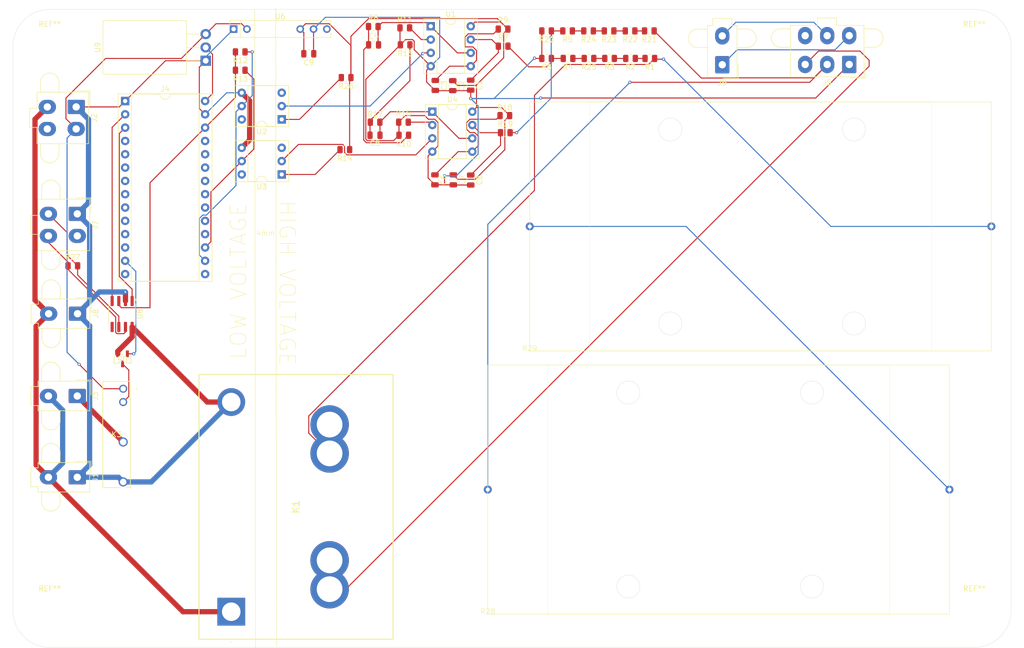
<source format=kicad_pcb>
(kicad_pcb (version 20240108) (generator "pcbnew") (generator_version "8.0")
  (layers (0 "F.Cu" signal) (31 "B.Cu" signal) (34 "B.Paste" user) (35 "F.Paste" user) (36 "B.SilkS" user "B.Silkscreen") (37 "F.SilkS" user "F.Silkscreen") (38 "B.Mask" user) (39 "F.Mask" user) (44 "Edge.Cuts" user))
  (net 0 "")
  (net 1 "GNDS")
  (net 2 "Net-(U1-COMPIN)")
  (net 3 "+12P")
  (net 4 "Net-(U1-IOUT)")
  (net 5 "Net-(C4-Pad1)")
  (net 6 "Net-(C5-Pad1)")
  (net 7 "Net-(U4-IOUT)")
  (net 8 "Net-(U4-COMPIN)")
  (net 9 "GLV-")
  (net 10 "CANL")
  (net 12 "CANH")
  (net 13 "B+_out")
  (net 17 "+12V")
  (net 18 "Net-(R1-Pad2)")
  (net 19 "Net-(R2-Pad2)")
  (net 20 "Net-(R25-Pad1)")
  (net 21 "Net-(R4-Pad2)")
  (net 22 "Net-(R25-Pad2)")
  (net 23 "Net-(R24-Pad2)")
  (net 24 "Net-(R19-Pad2)")
  (net 25 "Net-(U1-IREF)")
  (net 26 "Freq_Accumulator")
  (net 27 "Freq_TS")
  (net 28 "Net-(R14-Pad2)")
  (net 29 "Net-(U4-IREF)")
  (net 30 "Net-(R21-Pad2)")
  (net 31 "Net-(R22-Pad2)")
  (net 32 "Net-(R23-Pad2)")
  (net 33 "Net-(R26-Pad2)")
  (net 34 "Net-(U1-FOUT)")
  (net 38 "Net-(U4-FOUT)")
  (net 42 "Net-(U1-RC)")
  (net 43 "Net-(U4-RC)")
  (net 44 "CANRX")
  (net 45 "CANTX")
  (net 47 "+5V")
  (net 64 "B+_in")
  (net 67 "IR+")
  (net 68 "+3.3V")
  (net 69 "Net-(U5-S)")
  (net 71 "IR+_GND")
  (net 72 "Vin_Accu")
  (net 73 "Shutdown_in")
  (net 74 "TS-")
  (net 75 "TS+")
  (net 76 "Net-(R28-Pad2)")
  (footprint "Connector_Molex:Molex_Mini-Fit_Jr_5566-02A2_2x01_P4.20mm_Vertical" (layer "F.Cu") (at 189.55 41.3 180)
    (property "Reference" "J9")
    (property "Value" "Conn_01x02_Socket")
  )
  (footprint "Capacitor_SMD:C_0805_2012Metric" (layer "F.Cu") (at 134.779747 63.259747 -90)
    (property "Reference" "C6")
    (property "Value" "10n")
  )
  (footprint "Resistor_SMD:R_0805_2012Metric" (layer "F.Cu") (at 148.192247 54.259747)
    (property "Reference" "R19")
    (property "Value" "100K")
  )
  (footprint "PCN_112D3HMZ:RELAY_PCN-105D3MHZ_000_TEC" (layer "F.Cu") (at 75.35 103.11)
    (property "Reference" "K3")
    (property "Value" "PCN-112D3MHZ_000")
  )
  (footprint "Resistor_SMD:R_0805_2012Metric" (layer "F.Cu") (at 175.65 34.85 180)
    (property "Reference" "R21")
    (property "Value" "510K")
  )
  (footprint "Resistor_SMD:R_0805_2012Metric" (layer "F.Cu") (at 160.15 40.1 180)
    (property "Reference" "R4")
    (property "Value" "510K")
  )
  (footprint "precharge res:Ohmite HS100 500R F" (layer "F.Cu") (at 144.85 146.1)
    (property "Reference" "R28")
    (property "Value" "500")
    (fp_circle (center 26.8 -42.25) (end 29 -42.25) (stroke (width 0.05)) (fill none) (layer "Edge.Cuts"))
    (fp_circle (center 26.8 -5.25) (end 29 -5.25) (stroke (width 0.05)) (fill none) (layer "Edge.Cuts"))
    (fp_circle (center 61.8 -42.25) (end 64 -42.25) (stroke (width 0.05)) (fill none) (layer "Edge.Cuts"))
    (fp_circle (center 61.8 -5.25) (end 64 -5.25) (stroke (width 0.05)) (fill none) (layer "Edge.Cuts"))
  )
  (footprint "Capacitor_SMD:C_0805_2012Metric" (layer "F.Cu") (at 123.349747 54.749747)
    (property "Reference" "C5")
    (property "Value" "1u")
  )
  (footprint "Connector_Molex:Molex_Mini-Fit_Jr_5566-06A2_2x03_P4.20mm_Vertical" (layer "F.Cu") (at 213.75 41.25 180)
    (property "Reference" "J5")
    (property "Value" "Conn_01x06_Socket")
  )
  (footprint "Resistor_SMD:R_0805_2012Metric" (layer "F.Cu") (at 129.099747 37.499747 180)
    (property "Reference" "R16")
    (property "Value" "47")
  )
  (footprint "Resistor_SMD:R_0805_2012Metric" (layer "F.Cu") (at 97.6625 38.85 180)
    (property "Reference" "R12")
    (property "Value" "1.5K")
  )
  (footprint "Capacitor_SMD:C_0805_2012Metric" (layer "F.Cu") (at 141.599747 45.199747 -90)
    (property "Reference" "C1")
    (property "Value" "100n")
  )
  (footprint "MountingHole:MountingHole_3.2mm_M3" (layer "F.Cu") (at 237.6 145.45)
    (property "Reference" "REF**")
    (property "Value" "MountingHole_3.2mm_M3")
  )
  (footprint "Resistor_SMD:R_0805_2012Metric" (layer "F.Cu") (at 160.0625 34.85 180)
    (property "Reference" "R5")
    (property "Value" "510K")
  )
  (footprint "Resistor_SMD:R_0805_2012Metric" (layer "F.Cu") (at 172.0625 40.1 180)
    (property "Reference" "R2")
    (property "Value" "510K")
  )
  (footprint "Capacitor_SMD:C_0805_2012Metric" (layer "F.Cu") (at 123.079747 37.509747)
    (property "Reference" "C4")
    (property "Value" "1u")
  )
  (footprint "nmos:SOIC_63D8L-7_DIO" (layer "F.Cu") (at 75.235001 97.4152 180)
    (property "Reference" "U5")
    (property "Value" "DMN63D8L-7")
  )
  (footprint "Connector_Molex:Molex_Mini-Fit_Jr_5566-04A2_2x02_P4.20mm_Vertical" (layer "F.Cu") (at 66.599747 69.749747 -90)
    (property "Reference" "J7")
    (property "Value" "Conn_01x04_Socket")
  )
  (footprint "Package_DIP:DIP-28_W15.24mm_Socket" (layer "F.Cu") (at 75.724747 48.224747)
    (property "Reference" "J4")
    (property "Value" "Conn_02x14_Counter_Clockwise")
  )
  (footprint "Resistor_SMD:R_0805_2012Metric" (layer "F.Cu") (at 148.099747 50.999747 180)
    (property "Reference" "R18")
    (property "Value" "6.8K")
  )
  (footprint "Resistor_SMD:R_0805_2012Metric" (layer "F.Cu") (at 175.7375 40.1 180)
    (property "Reference" "R1")
    (property "Value" "510K")
  )
  (footprint "Connector_Molex:Molex_Mini-Fit_Jr_5566-02A2_2x01_P4.20mm_Vertical" (layer "F.Cu") (at 66.639747 88.799747 -90)
    (property "Reference" "J8")
    (property "Value" "Conn_01x02_Socket")
  )
  (footprint "Package_SO:SOIC-8_3.9x4.9mm_P1.27mm" (layer "F.Cu") (at 75.15 88.85 -90)
    (property "Reference" "U8")
    (property "Value" "SN65HVD230")
  )
  (footprint "Resistor_SMD:R_0805_2012Metric" (layer "F.Cu") (at 117.849747 43.749747 180)
    (property "Reference" "R26")
    (property "Value" "560")
  )
  (footprint "MountingHole:MountingHole_3.2mm_M3" (layer "F.Cu") (at 61.35 145.45)
    (property "Reference" "REF**")
    (property "Value" "MountingHole_3.2mm_M3")
  )
  (footprint "Package_SIP:SIP-8_19x3mm_P2.54mm" (layer "F.Cu") (at 96.399747 34.499747)
    (property "Reference" "U6")
    (property "Value" "~")
  )
  (footprint "Resistor_SMD:R_0805_2012Metric" (layer "F.Cu") (at 147.779747 37.759747)
    (property "Reference" "R7")
    (property "Value" "100K")
  )
  (footprint "Resistor_SMD:R_0805_2012Metric" (layer "F.Cu") (at 164.15 40.1 180)
    (property "Reference" "R25")
    (property "Value" "510K")
  )
  (footprint "Resistor_SMD:R_0805_2012Metric" (layer "F.Cu") (at 168.0625 40.1 180)
    (property "Reference" "R3")
    (property "Value" "510K")
  )
  (footprint "precharge relay 2:G9KB1ADC12" (layer "F.Cu") (at 95.95 145.65 90)
    (property "Reference" "K1")
    (property "Value" "G9KB-1A_DC12" (hide yes))
  )
  (footprint "Connector_Molex:Molex_Mini-Fit_Jr_5566-02A2_2x01_P4.20mm_Vertical" (layer "F.Cu") (at 66.599747 104.499747 -90)
    (property "Reference" "J3")
    (property "Value" "Conn_01x02_Socket")
  )
  (footprint "MountingHole:MountingHole_3.2mm_M3" (layer "F.Cu") (at 61.349747 37.749747)
    (property "Reference" "REF**")
    (property "Value" "MountingHole_3.2mm_M3")
  )
  (footprint "Capacitor_SMD:C_0805_2012Metric" (layer "F.Cu") (at 134.849747 45.249747 -90)
    (property "Reference" "C3")
    (property "Value" "10n")
  )
  (footprint "Connector_Molex:Molex_Mini-Fit_Jr_5566-04A2_2x02_P4.20mm_Vertical" (layer "F.Cu") (at 66.389747 49.349747 -90)
    (property "Reference" "J2")
    (property "Value" "Conn_01x04_Socket")
  )
  (footprint "Resistor_SMD:R_0805_2012Metric" (layer "F.Cu") (at 167.975 34.85 180)
    (property "Reference" "R23")
    (property "Value" "510K")
  )
  (footprint "Capacitor_SMD:C_0805_2012Metric" (layer "F.Cu") (at 110.729747 39.209747 180)
    (property "Reference" "C9")
    (property "Value" "1u")
  )
  (footprint "Capacitor_SMD:C_0805_2012Metric" (layer "F.Cu") (at 141.599747 63.299747 -90)
    (property "Reference" "C8")
    (property "Value" "100n")
  )
  (footprint "Connector_Molex:Molex_Mini-Fit_Jr_5566-02A2_2x01_P4.20mm_Vertical" (layer "F.Cu") (at 66.599747 119.999747 -90)
    (property "Reference" "J1")
    (property "Value" "Conn_01x02_Socket")
  )
  (footprint "Capacitor_SMD:C_0805_2012Metric" (layer "F.Cu") (at 138.279747 63.259747 -90)
    (property "Reference" "C7")
    (property "Value" "100n")
  )
  (footprint "precharge res:Ohmite HS100 500R F" (layer "F.Cu") (at 152.85 95.9)
    (property "Reference" "R29")
    (property "Value" "500")
    (fp_circle (center 26.8 -42.25) (end 29 -42.25) (stroke (width 0.05)) (fill none) (layer "Edge.Cuts"))
    (fp_circle (center 26.8 -5.25) (end 29 -5.25) (stroke (width 0.05)) (fill none) (layer "Edge.Cuts"))
    (fp_circle (center 61.8 -42.25) (end 64 -42.25) (stroke (width 0.05)) (fill none) (layer "Edge.Cuts"))
    (fp_circle (center 61.8 -5.25) (end 64 -5.25) (stroke (width 0.05)) (fill none) (layer "Edge.Cuts"))
  )
  (footprint "Package_DIP:DIP-6_W7.62mm_Socket" (layer "F.Cu") (at 105.57 51.73 180)
    (property "Reference" "U2")
    (property "Value" "4N35")
  )
  (footprint "Resistor_SMD:R_0805_2012Metric" (layer "F.Cu") (at 123.029747 34.009747)
    (property "Reference" "R8")
    (property "Value" "100K")
  )
  (footprint "Resistor_SMD:R_0805_2012Metric" (layer "F.Cu") (at 97.6625 42.35 180)
    (property "Reference" "R13")
    (property "Value" "1.5K")
  )
  (footprint "Package_DIP:DIP-8_W7.62mm_Socket" (layer "F.Cu") (at 133.979747 33.959747)
    (property "Reference" "U1")
    (property "Value" "~")
  )
  (footprint "Resistor_SMD:R_0805_2012Metric" (layer "F.Cu") (at 164.0625 34.85 180)
    (property "Reference" "R24")
    (property "Value" "510K")
  )
  (footprint "Resistor_SMD:R_0805_2012Metric" (layer "F.Cu") (at 117.599747 57.499747 180)
    (property "Reference" "R14")
    (property "Value" "560")
  )
  (footprint "Package_DIP:DIP-6_W7.62mm_Socket" (layer "F.Cu") (at 105.57 62.23 180)
    (property "Reference" "U3")
    (property "Value" "4N35")
  )
  (footprint "Resistor_SMD:R_0805_2012Metric" (layer "F.Cu") (at 129.029747 34.259747)
    (property "Reference" "R11")
    (property "Value" "12K")
  )
  (footprint "Package_DIP:DIP-8_W7.62mm_Socket" (layer "F.Cu") (at 134.279747 50.259747)
    (property "Reference" "U4")
    (property "Value" "~")
  )
  (footprint "Capacitor_SMD:C_0805_2012Metric" (layer "F.Cu") (at 138.169747 45.289747 -90)
    (property "Reference" "C2")
    (property "Value" "100n")
  )
  (footprint "Resistor_SMD:R_0805_2012Metric" (layer "F.Cu") (at 128.837247 54.749747 180)
    (property "Reference" "R10")
    (property "Value" "47")
  )
  (footprint "Resistor_SMD:R_0805_2012Metric" (layer "F.Cu") (at 123.367247 52.259747)
    (property "Reference" "R17")
    (property "Value" "100K")
  )
  (footprint "MountingHole:MountingHole_3.2mm_M3" (layer "F.Cu") (at 237.599747 37.749747)
    (property "Reference" "REF**")
    (property "Value" "MountingHole_3.2mm_M3")
  )
  (footprint "Resistor_SMD:R_0805_2012Metric" (layer "F.Cu") (at 156.0625 34.85 180)
    (property "Reference" "R20")
    (property "Value" "39K")
  )
  (footprint "Resistor_SMD:R_0805_2012Metric" (layer "F.Cu") (at 156.0625 40.1 180)
    (property "Reference" "R6")
    (property "Value" "39K")
  )
  (footprint "Package_TO_SOT_THT:TO-220-3_Horizontal_TabDown" (layer "F.Cu") (at 91.079747 40.539747 90)
    (property "Reference" "U9")
    (property "Value" "LM1117T-5.0")
  )
  (footprint "Resistor_SMD:R_0805_2012Metric" (layer "F.Cu") (at 128.779747 52.259747)
    (property "Reference" "R15")
    (property "Value" "12K")
  )
  (footprint "Resistor_SMD:R_0805_2012Metric" (layer "F.Cu") (at 171.975 34.85 180)
    (property "Reference" "R22")
    (property "Value" "510K")
  )
  (footprint "Resistor_SMD:R_0805_2012Metric" (layer "F.Cu") (at 147.762247 34.499747 180)
    (property "Reference" "R9")
    (property "Value" "6.8K")
  )
  (footprint "Resistor_SMD:R_0805_2012Metric" (layer "F.Cu") (at 65.75 79.65)
    (property "Reference" "R27")
    (property "Value" "120")
  )
  (gr_line (start 100.424873 30.799873) (end 100.575126 152.500126) (stroke (width 0.1)) (layer "F.SilkS"))
  (gr_line (start 104.424873 30.5) (end 104.575126 152.200253) (stroke (width 0.1)) (layer "F.SilkS"))
  (gr_arc (start 61.35 152.45) (mid 56.400253 150.399747) (end 54.35 145.45) (stroke (width 0.05)) (layer "Edge.Cuts"))
  (gr_line (start 54.349747 37.749747) (end 54.35 145.45) (stroke (width 0.05)) (layer "Edge.Cuts"))
  (gr_line (start 61.349747 30.749747) (end 237.599747 30.749747) (stroke (width 0.05)) (layer "Edge.Cuts"))
  (gr_arc (start 244.6 145.45) (mid 242.549747 150.399747) (end 237.6 152.45) (stroke (width 0.05)) (layer "Edge.Cuts"))
  (gr_arc (start 54.349747 37.749747) (mid 56.4 32.8) (end 61.349747 30.749747) (stroke (width 0.05)) (layer "Edge.Cuts"))
  (gr_arc (start 237.599747 30.749747) (mid 242.549494 32.8) (end 244.599747 37.749747) (stroke (width 0.05)) (layer "Edge.Cuts"))
  (gr_line (start 244.599747 37.749747) (end 244.6 145.45) (stroke (width 0.05)) (layer "Edge.Cuts"))
  (gr_line (start 61.35 152.45) (end 237.6 152.45) (stroke (width 0.05)) (layer "Edge.Cuts"))
  (gr_text "4mm" (at 100.6 74 0) (layer "F.SilkS") (effects (font (size 1 1) (thickness 0.1)) (justify left bottom)))
  (gr_text "HIGH VOLTAGE\n" (at 104.85 67.05 -90) (layer "F.SilkS") (effects (font (size 3 3) (thickness 0.1)) (justify left bottom)))
  (gr_text "LOW VOLTAGE" (at 99.1 97.65 90) (layer "F.SilkS") (effects (font (size 3 3) (thickness 0.1)) (justify left bottom)))
  (segment (start 133.179748 44.579748) (end 134.849747 46.249747) (width 0.2) (layer "F.Cu") (net 1))
  (segment (start 127.837247 54.662247) (end 127.924747 54.749747) (width 0.2) (layer "F.Cu") (net 1))
  (segment (start 155.15 40.1) (end 153.8 40.1) (width 0.2) (layer "F.Cu") (net 1))
  (segment (start 134.735382 51.699747) (end 135.379747 52.344112) (width 0.2) (layer "F.Cu") (net 1))
  (segment (start 133.979747 41.579747) (end 133.179748 42.379746) (width 0.2) (layer "F.Cu") (net 1))
  (segment (start 133.979747 41.579747) (end 130.824747 38.424747) (width 0.2) (layer "F.Cu") (net 1))
  (segment (start 128.117247 37.429747) (end 128.187247 37.499747) (width 0.2) (layer "F.Cu") (net 1))
  (segment (start 111.639747 39.169747) (end 111.679747 39.209747) (width 0.2) (layer "F.Cu") (net 1))
  (segment (start 127.867247 52.732247) (end 127.924747 52.789747) (width 0.2) (layer "F.Cu") (net 1))
  (segment (start 153.8 40.1) (end 153.75 40.05) (width 0.2) (layer "F.Cu") (net 1))
  (segment (start 128.117247 34.259747) (end 128.117247 37.429747) (width 0.2) (layer "F.Cu") (net 1))
  (segment (start 138.159747 46.249747) (end 138.169747 46.239747) (width 0.2) (layer "F.Cu") (net 1))
  (segment (start 136.599747 63.959747) (end 136.349747 64.209747) (width 0.2) (layer "F.Cu") (net 1))
  (segment (start 127.924747 52.789747) (end 127.924747 54.749747) (width 0.2) (layer "F.Cu") (net 1))
  (segment (start 126.899747 55.774747) (end 127.924747 54.749747) (width 0.2) (layer "F.Cu") (net 1))
  (segment (start 127.867247 52.259747) (end 127.867247 52.732247) (width 0.2) (layer "F.Cu") (net 1))
  (segment (start 111.639747 34.499747) (end 111.639747 39.169747) (width 0.2) (layer "F.Cu") (net 1))
  (segment (start 154.95 47.65) (end 207.35 47.65) (width 0.2) (layer "F.Cu") (net 1))
  (segment (start 128.187247 37.499747) (end 121.599747 44.087247) (width 0.2) (layer "F.Cu") (net 1))
  (segment (start 133.519747 51.699747) (end 134.735382 51.699747) (width 0.2) (layer "F.Cu") (net 1))
  (segment (start 128.117247 37.847247) (end 128.279747 38.009747) (width 0.2) (layer "F.Cu") (net 1))
  (segment (start 129.187247 36.499747) (end 128.187247 37.499747) (width 0.2) (layer "F.Cu") (net 1))
  (segment (start 121.874747 55.774747) (end 126.899747 55.774747) (width 0.2) (layer "F.Cu") (net 1))
  (segment (start 138.279747 64.209747) (end 138.559747 64.209747) (width 0.2) (layer "F.Cu") (net 1))
  (segment (start 129.127247 50.999747) (end 132.819747 50.999747) (width 0.2) (layer "F.Cu") (net 1))
  (segment (start 207.35 47.65) (end 213.75 41.25) (width 0.2) (layer "F.Cu") (net 1))
  (segment (start 136.349747 64.209747) (end 138.279747 64.209747) (width 0.2) (layer "F.Cu") (net 1))
  (segment (start 138.599747 64.249747) (end 141.599747 64.249747) (width 0.2) (layer "F.Cu") (net 1))
  (segment (start 134.849747 46.249747) (end 138.159747 46.249747) (width 0.2) (layer "F.Cu") (net 1))
  (segment (start 134.279747 57.879747) (end 133.479748 58.679746) (width 0.2) (layer "F.Cu") (net 1))
  (segment (start 130.824747 38.424747) (end 130.824747 36.815003) (width 0.2) (layer "F.Cu") (net 1))
  (segment (start 135.379747 56.779747) (end 134.279747 57.879747) (width 0.2) (layer "F.Cu") (net 1))
  (segment (start 121.599747 44.087247) (end 121.599747 55.499747) (width 0.2) (layer "F.Cu") (net 1))
  (segment (start 127.867247 52.259747) (end 129.127247 50.999747) (width 0.2) (layer "F.Cu") (net 1))
  (segment (start 155.15 34.85) (end 155.15 40.1) (width 0.2) (layer "F.Cu") (net 1))
  (segment (start 141.599747 46.149747) (end 141.599747 47.749747) (width 0.2) (layer "F.Cu") (net 1))
  (segment (start 138.169747 46.239747) (end 141.379747 46.239747) (width 0.2) (layer "F.Cu") (net 1))
  (segment (start 134.779747 64.209747) (end 136.349747 64.209747) (width 0.2) (layer "F.Cu") (net 1))
  (segment (start 141.379747 46.239747) (end 141.419747 46.199747) (width 0.2) (layer "F.Cu") (net 1))
  (segment (start 133.479748 62.909748) (end 134.779747 64.209747) (width 0.2) (layer "F.Cu") (net 1))
  (segment (start 133.179748 42.379746) (end 133.179748 44.579748) (width 0.2) (layer "F.Cu") (net 1))
  (segment (start 121.599747 55.499747) (end 121.874747 55.774747) (width 0.2) (layer "F.Cu") (net 1))
  (segment (start 135.379747 52.344112) (end 135.379747 56.779747) (width 0.2) (layer "F.Cu") (net 1))
  (segment (start 138.559747 64.209747) (end 138.599747 64.249747) (width 0.2) (layer "F.Cu") (net 1))
  (segment (start 133.479748 58.679746) (end 133.479748 62.909748) (width 0.2) (layer "F.Cu") (net 1))
  (segment (start 136.599747 62.499747) (end 136.599747 63.959747) (width 0.2) (layer "F.Cu") (net 1))
  (segment (start 130.824747 36.815003) (end 130.509491 36.499747) (width 0.2) (layer "F.Cu") (net 1))
  (segment (start 130.509491 36.499747) (end 129.187247 36.499747) (width 0.2) (layer "F.Cu") (net 1))
  (segment (start 132.819747 50.999747) (end 133.519747 51.699747) (width 0.2) (layer "F.Cu") (net 1))
  (via (at 154.95 47.65) (size 0.6) (drill 0.3) (layers "F.Cu" "B.Cu") (net 1))
  (via (at 141.599747 47.749747) (size 0.6) (drill 0.3) (layers "F.Cu" "B.Cu") (net 1))
  (via (at 136.599747 62.499747) (size 0.6) (drill 0.3) (layers "F.Cu" "B.Cu") (net 1))
  (via (at 153.75 40.05) (size 0.6) (drill 0.3) (layers "F.Cu" "B.Cu") (net 1))
  (segment (start 135.679747 39.879747) (end 133.979747 41.579747) (width 0.2) (layer "B.Cu") (net 1))
  (segment (start 154.850253 47.749747) (end 154.95 47.65) (width 0.2) (layer "B.Cu") (net 1))
  (segment (start 142.999747 58.349747) (end 138.849747 62.499747) (width 0.2) (layer "B.Cu") (net 1))
  (segment (start 138.849747 62.499747) (end 136.599747 62.499747) (width 0.2) (layer "B.Cu") (net 1))
  (segment (start 141.599747 47.749747) (end 142.999747 49.149747) (width 0.2) (layer "B.Cu") (net 1))
  (segment (start 113.879747 32.259747) (end 135.679747 32.259747) (width 0.2) (layer "B.Cu") (net 1))
  (segment (start 153.75 40.05) (end 146.050253 47.749747) (width 0.2) (layer "B.Cu") (net 1))
  (segment (start 111.639747 34.499747) (end 113.879747 32.259747) (width 0.2) (layer "B.Cu") (net 1))
  (segment (start 135.679747 32.259747) (end 135.679747 39.879747) (width 0.2) (layer "B.Cu") (net 1))
  (segment (start 142.999747 49.149747) (end 142.999747 58.349747) (width 0.2) (layer "B.Cu") (net 1))
  (segment (start 141.599747 47.749747) (end 154.850253 47.749747) (width 0.2) (layer "B.Cu") (net 1))
  (segment (start 146.050253 47.749747) (end 141.599747 47.749747) (width 0.2) (layer "B.Cu") (net 1))
  (segment (start 146.867247 38.982247) (end 146.867247 37.759747) (width 0.2) (layer "F.Cu") (net 2))
  (segment (start 141.599747 44.249747) (end 146.867247 38.982247) (width 0.2) (layer "F.Cu") (net 2))
  (segment (start 145.607247 36.499747) (end 146.867247 37.759747) (width 0.2) (layer "F.Cu") (net 2))
  (segment (start 141.599747 36.499747) (end 145.607247 36.499747) (width 0.2) (layer "F.Cu") (net 2))
  (segment (start 142.599747 45.249747) (end 147.879747 39.969747) (width 0.2) (layer "F.Cu") (net 3))
  (segment (start 147.879747 39.969747) (end 147.879747 35.294747) (width 0.2) (layer "F.Cu") (net 3))
  (segment (start 109.779747 35.179747) (end 109.099747 34.499747) (width 0.2) (layer "F.Cu") (net 3))
  (segment (start 139.079747 45.249747) (end 138.169747 44.339747) (width 0.2) (layer "F.Cu") (net 3))
  (segment (start 146.674747 32.499747) (end 148.674747 34.499747) (width 0.2) (layer "F.Cu") (net 3))
  (segment (start 147.472248 49.459748) (end 149.012247 50.999747) (width 0.2) (layer "F.Cu") (net 3))
  (segment (start 138.279747 62.309747) (end 139.119747 63.149747) (width 0.2) (layer "F.Cu") (net 3))
  (segment (start 142.699746 49.459748) (end 147.472248 49.459748) (width 0.2) (layer "F.Cu") (net 3))
  (segment (start 148.099747 51.912247) (end 149.012247 50.999747) (width 0.2) (layer "F.Cu") (net 3))
  (segment (start 118.762247 35.867503) (end 122.130003 32.499747) (width 0.2) (layer "F.Cu") (net 3))
  (segment (start 141.599747 33.959747) (end 142.399746 33.159748) (width 0.2) (layer "F.Cu") (net 3))
  (segment (start 118.762247 43.749747) (end 118.762247 35.867503) (width 0.2) (layer "F.Cu") (net 3))
  (segment (start 109.099747 34.499747) (end 110.124747 33.474747) (width 0.2) (layer "F.Cu") (net 3))
  (segment (start 142.389747 50.749747) (end 141.899747 50.259747) (width 0.2) (layer "F.Cu") (net 3))
  (segment (start 142.139747 34.499747) (end 141.599747 33.959747) (width 0.2) (layer "F.Cu") (net 3))
  (segment (start 142.399746 33.159748) (end 147.334748 33.159748) (width 0.2) (layer "F.Cu") (net 3))
  (segment (start 142.449747 63.149747) (end 148.099747 57.499747) (width 0.2) (layer "F.Cu") (net 3))
  (segment (start 110.124747 33.474747) (end 114.604316 33.474747) (width 0.2) (layer "F.Cu") (net 3))
  (segment (start 139.119747 63.149747) (end 142.449747 63.149747) (width 0.2) (layer "F.Cu") (net 3))
  (segment (start 118.512247 57.499747) (end 118.512247 43.999747) (width 0.2) (layer "F.Cu") (net 3))
  (segment (start 118.762247 37.632678) (end 118.762247 43.749747) (width 0.2) (layer "F.Cu") (net 3))
  (segment (start 142.699746 49.459748) (end 142.699746 45.349746) (width 0.2) (layer "F.Cu") (net 3))
  (segment (start 148.099747 57.499747) (end 148.099747 51.912247) (width 0.2) (layer "F.Cu") (net 3))
  (segment (start 114.604316 33.474747) (end 118.762247 37.632678) (width 0.2) (layer "F.Cu") (net 3))
  (segment (start 147.879747 35.294747) (end 148.674747 34.499747) (width 0.2) (layer "F.Cu") (net 3))
  (segment (start 109.779747 39.209747) (end 109.779747 35.179747) (width 0.2) (layer "F.Cu") (net 3))
  (segment (start 147.334748 33.159748) (end 148.674747 34.499747) (width 0.2) (layer "F.Cu") (net 3))
  (segment (start 142.699746 45.349746) (end 142.599747 45.249747) (width 0.2) (layer "F.Cu") (net 3))
  (segment (start 142.599747 45.249747) (end 139.079747 45.249747) (width 0.2) (layer "F.Cu") (net 3))
  (segment (start 118.512247 43.999747) (end 118.762247 43.749747) (width 0.2) (layer "F.Cu") (net 3))
  (segment (start 122.130003 32.499747) (end 146.674747 32.499747) (width 0.2) (layer "F.Cu") (net 3))
  (segment (start 141.899747 50.259747) (end 142.699746 49.459748) (width 0.2) (layer "F.Cu") (net 3))
  (segment (start 124.692247 33.259747) (end 123.942247 34.009747) (width 0.2) (layer "F.Cu") (net 4))
  (segment (start 133.979747 33.959747) (end 133.279747 33.259747) (width 0.2) (layer "F.Cu") (net 4))
  (segment (start 123.942247 37.422247) (end 124.029747 37.509747) (width 0.2) (layer "F.Cu") (net 4))
  (segment (start 133.279747 33.259747) (end 124.692247 33.259747) (width 0.2) (layer "F.Cu") (net 4))
  (segment (start 141.599747 39.039747) (end 139.059747 39.039747) (width 0.2) (layer "F.Cu") (net 4))
  (segment (start 123.942247 34.009747) (end 123.942247 37.422247) (width 0.2) (layer "F.Cu") (net 4))
  (segment (start 139.059747 39.039747) (end 133.979747 33.959747) (width 0.2) (layer "F.Cu") (net 4))
  (segment (start 121.709061 56.174747) (end 121.199747 55.665433) (width 0.2) (layer "F.Cu") (net 5))
  (segment (start 122.117247 34.009747) (end 122.117247 37.497247) (width 0.2) (layer "F.Cu") (net 5))
  (segment (start 128.324747 56.174747) (end 121.709061 56.174747) (width 0.2) (layer "F.Cu") (net 5))
  (segment (start 121.199747 38.439747) (end 122.129747 37.509747) (width 0.2) (layer "F.Cu") (net 5))
  (segment (start 121.199747 55.665433) (end 121.199747 38.439747) (width 0.2) (layer "F.Cu") (net 5))
  (segment (start 122.117247 37.497247) (end 122.129747 37.509747) (width 0.2) (layer "F.Cu") (net 5))
  (segment (start 129.749747 54.749747) (end 128.324747 56.174747) (width 0.2) (layer "F.Cu") (net 5))
  (segment (start 122.454747 51.894747) (end 130.012247 44.337247) (width 0.2) (layer "F.Cu") (net 6))
  (segment (start 130.012247 44.337247) (end 130.012247 37.499747) (width 0.2) (layer "F.Cu") (net 6))
  (segment (start 122.399747 52.314747) (end 122.454747 52.259747) (width 0.2) (layer "F.Cu") (net 6))
  (segment (start 122.399747 54.749747) (end 122.399747 52.314747) (width 0.2) (layer "F.Cu") (net 6))
  (segment (start 122.454747 52.259747) (end 122.454747 51.894747) (width 0.2) (layer "F.Cu") (net 6))
  (segment (start 124.299747 54.749747) (end 124.299747 52.279747) (width 0.2) (layer "F.Cu") (net 7))
  (segment (start 126.279747 50.259747) (end 134.279747 50.259747) (width 0.2) (layer "F.Cu") (net 7))
  (segment (start 124.299747 52.279747) (end 124.279747 52.259747) (width 0.2) (layer "F.Cu") (net 7))
  (segment (start 141.899747 55.339747) (end 139.359747 55.339747) (width 0.2) (layer "F.Cu") (net 7))
  (segment (start 139.359747 55.339747) (end 134.279747 50.259747) (width 0.2) (layer "F.Cu") (net 7))
  (segment (start 124.279747 52.259747) (end 126.279747 50.259747) (width 0.2) (layer "F.Cu") (net 7))
  (segment (start 147.279747 54.259747) (end 143.359747 54.259747) (width 0.2) (layer "F.Cu") (net 8))
  (segment (start 141.599747 62.349747) (end 147.279747 56.669747) (width 0.2) (layer "F.Cu") (net 8))
  (segment (start 143.359747 54.259747) (end 141.899747 52.799747) (width 0.2) (layer "F.Cu") (net 8))
  (segment (start 147.279747 56.669747) (end 147.279747 54.259747) (width 0.2) (layer "F.Cu") (net 8))
  (segment (start 77.055 91.325) (end 77.055 93.2306) (width 1) (layer "F.Cu") (net 9))
  (segment (start 77.055 93.2306) (end 74.320002 95.965598) (width 1) (layer "F.Cu") (net 9))
  (segment (start 67.49 120.89) (end 66.599747 119.999747) (width 1) (layer "F.Cu") (net 9))
  (segment (start 75.785 84.685) (end 75.75 84.65) (width 1) (layer "F.Cu") (net 9))
  (segment (start 66.389747 49.349747) (end 74.599747 49.349747) (width 0.2) (layer "F.Cu") (net 9))
  (segment (start 91.38 105.65) (end 95.95 105.65) (width 1) (layer "F.Cu") (net 9))
  (segment (start 83.409747 40.539747) (end 75.724747 48.224747) (width 0.2) (layer "F.Cu") (net 9))
  (segment (start 89.864747 49.664747) (end 90.964747 50.764747) (width 0.2) (layer "F.Cu") (net 9))
  (segment (start 74.320002 95.965598) (end 74.320002 96.45) (width 1) (layer "F.Cu") (net 9))
  (segment (start 77.055 91.325) (end 91.38 105.65) (width 1) (layer "F.Cu") (net 9))
  (segment (start 74.599747 49.349747) (end 75.724747 48.224747) (width 0.2) (layer "F.Cu") (net 9))
  (segment (start 91.079747 40.539747) (end 83.409747 40.539747) (width 0.2) (layer "F.Cu") (net 9))
  (segment (start 91.079747 40.539747) (end 89.864747 41.754747) (width 0.2) (layer "F.Cu") (net 9))
  (segment (start 97.95 57.15) (end 99.45 55.65) (width 1) (layer "F.Cu") (net 9))
  (segment (start 99.45 48.15) (end 97.95 46.65) (width 1) (layer "F.Cu") (net 9))
  (segment (start 75.785 86.375) (end 75.785 84.685) (width 1) (layer "F.Cu") (net 9))
  (segment (start 99.45 55.65) (end 99.45 48.15) (width 1) (layer "F.Cu") (net 9))
  (segment (start 89.864747 41.754747) (end 89.864747 49.664747) (width 0.2) (layer "F.Cu") (net 9))
  (via (at 75.75 84.65) (size 0.6) (drill 0.3) (layers "F.Cu" "B.Cu") (net 9))
  (segment (start 74.459747 119.999747) (end 75.35 120.89) (width 1) (layer "B.Cu") (net 9))
  (segment (start 80.71 120.89) (end 95.95 105.65) (width 1) (layer "B.Cu") (net 9))
  (segment (start 75.75 84.65) (end 70.789494 84.65) (width 1) (layer "B.Cu") (net 9))
  (segment (start 97.95 46.65) (end 95.079494 46.65) (width 0.2) (layer "B.Cu") (net 9))
  (segment (start 91.079747 39.819747) (end 96.399747 34.499747) (width 0.2) (layer "B.Cu") (net 9))
  (segment (start 68.949747 86.489747) (end 66.639747 88.799747) (width 1) (layer "B.Cu") (net 9))
  (segment (start 68.949747 91.109747) (end 68.949747 117.649747) (width 1) (layer "B.Cu") (net 9))
  (segment (start 66.599747 69.749747) (end 68.949747 72.099747) (width 1) (layer "B.Cu") (net 9))
  (segment (start 66.639747 88.799747) (end 68.949747 91.109747) (width 1) (layer "B.Cu") (net 9))
  (segment (start 66.599747 69.749747) (end 68.739747 67.609747) (width 1) (layer "B.Cu") (net 9))
  (segment (start 95.079494 46.65) (end 90.964747 50.764747) (width 0.2) (layer "B.Cu") (net 9))
  (segment (start 70.789494 84.65) (end 68.949747 86.489747) (width 1) (layer "B.Cu") (net 9))
  (segment (start 68.949747 117.649747) (end 66.599747 119.999747) (width 1) (layer "B.Cu") (net 9))
  (segment (start 68.949747 72.099747) (end 68.949747 86.489747) (width 1) (layer "B.Cu") (net 9))
  (segment (start 68.739747 51.699747) (end 66.389747 49.349747) (width 1) (layer "B.Cu") (net 9))
  (segment (start 91.079747 40.539747) (end 91.079747 39.819747) (width 0.2) (layer "B.Cu") (net 9))
  (segment (start 66.599747 119.999747) (end 74.459747 119.999747) (width 1) (layer "B.Cu") (net 9))
  (segment (start 68.739747 67.609747) (end 68.739747 51.699747) (width 1) (layer "B.Cu") (net 9))
  (segment (start 75.35 120.89) (end 80.71 120.89) (width 1) (layer "B.Cu") (net 9))
  (segment (start 64.649747 77.637247) (end 64.649747 73.299747) (width 0.2) (layer "F.Cu") (net 10))
  (segment (start 66.6625 79.65) (end 64.649747 77.637247) (width 0.2) (layer "F.Cu") (net 10))
  (segment (start 64.649747 73.299747) (end 61.099747 69.749747) (width 0.2) (layer "F.Cu") (net 10))
  (segment (start 74.515 91.325) (end 74.515 89.260552) (width 0.2) (layer "F.Cu") (net 10))
  (segment (start 66.6625 81.408052) (end 66.6625 79.65) (width 0.2) (layer "F.Cu") (net 10))
  (segment (start 74.515 89.260552) (end 66.6625 81.408052) (width 0.2) (layer "F.Cu") (net 10))
  (segment (start 75.785 92.299999) (end 75.484999 92.6) (width 0.2) (layer "F.Cu") (net 12))
  (segment (start 73.915 89.4275) (end 64.8375 80.35) (width 0.2) (layer "F.Cu") (net 12))
  (segment (start 75.785 91.325) (end 75.785 92.299999) (width 0.2) (layer "F.Cu") (net 12))
  (segment (start 64.8375 79.65) (end 64.8375 78.95) (width 0.2) (layer "F.Cu") (net 12))
  (segment (start 74.174448 92.6) (end 73.915 92.340552) (width 0.2) (layer "F.Cu") (net 12))
  (segment (start 73.915 92.340552) (end 73.915 89.4275) (width 0.2) (layer "F.Cu") (net 12))
  (segment (start 75.484999 92.6) (end 74.174448 92.6) (width 0.2) (layer "F.Cu") (net 12))
  (segment (start 64.8375 80.35) (end 64.8375 79.65) (width 0.2) (layer "F.Cu") (net 12))
  (segment (start 64.8375 78.95) (end 61.099747 75.212247) (width 0.2) (layer "F.Cu") (net 12))
  (segment (start 61.099747 75.212247) (end 61.099747 73.949747) (width 0.2) (layer "F.Cu") (net 12))
  (segment (start 207 43.8) (end 192.416726 43.8) (width 0.2) (layer "F.Cu") (net 13))
  (segment (start 185.5625 43.85) (end 176.5625 34.85) (width 0.2) (layer "F.Cu") (net 13))
  (segment (start 192.416726 43.8) (end 192.366726 43.85) (width 0.2) (layer "F.Cu") (net 13))
  (segment (start 206.216726 44.65) (end 209.55 41.316726) (width 0.2) (layer "F.Cu") (net 13))
  (segment (start 171.95 44.65) (end 206.216726 44.65) (width 0.2) (layer "F.Cu") (net 13))
  (segment (start 192.366726 43.85) (end 185.5625 43.85) (width 0.2) (layer "F.Cu") (net 13))
  (segment (start 209.55 41.316726) (end 209.55 41.25) (width 0.2) (layer "F.Cu") (net 13))
  (segment (start 209.55 41.25) (end 207 43.8) (width 0.2) (layer "F.Cu") (net 13))
  (via (at 171.95 44.65) (size 0.6) (drill 0.3) (layers "F.Cu" "B.Cu") (net 13))
  (segment (start 144.85 71.75) (end 171.95 44.65) (width 0.2) (layer "B.Cu") (net 13))
  (segment (start 144.85 122.35) (end 144.85 71.75) (width 0.2) (layer "B.Cu") (net 13))
  (segment (start 71.999747 40.099747) (end 86.439747 40.099747) (width 0.2) (layer "F.Cu") (net 17))
  (segment (start 93.064747 33.474747) (end 91.079747 35.459747) (width 0.2) (layer "F.Cu") (net 17))
  (segment (start 98.939747 34.499747) (end 97.914747 33.474747) (width 0.2) (layer "F.Cu") (net 17))
  (segment (start 66.389747 53.549747) (end 64.439747 51.599747) (width 0.2) (layer "F.Cu") (net 17))
  (segment (start 75.35 103.11) (end 71.61 103.11) (width 0.2) (layer "F.Cu") (net 17))
  (segment (start 86.439747 40.099747) (end 91.079747 35.459747) (width 0.2) (layer "F.Cu") (net 17))
  (segment (start 64.439747 47.659747) (end 71.999747 40.099747) (width 0.2) (layer "F.Cu") (net 17))
  (segment (start 97.914747 33.474747) (end 93.064747 33.474747) (width 0.2) (layer "F.Cu") (net 17))
  (segment (start 71.61 103.11) (end 66.95 98.45) (width 0.2) (layer "F.Cu") (net 17))
  (segment (start 64.439747 51.599747) (end 64.439747 47.659747) (width 0.2) (layer "F.Cu") (net 17))
  (via (at 66.95 98.45) (size 0.6) (drill 0.3) (layers "F.Cu" "B.Cu") (net 17))
  (segment (start 64.649747 96.149747) (end 64.649747 55.289747) (width 0.2) (layer "B.Cu") (net 17))
  (segment (start 66.95 98.45) (end 64.649747 96.149747) (width 0.2) (layer "B.Cu") (net 17))
  (segment (start 64.649747 55.289747) (end 66.389747 53.549747) (width 0.2) (layer "B.Cu") (net 17))
  (segment (start 172.975 40.1) (end 174.825 40.1) (width 0.2) (layer "F.Cu") (net 18))
  (segment (start 168.975 40.1) (end 171.15 40.1) (width 0.2) (layer "F.Cu") (net 19))
  (segment (start 165.0625 40.1) (end 167.15 40.1) (width 0.2) (layer "F.Cu") (net 20))
  (segment (start 156.975 40.8) (end 156.975 40.1) (width 0.2) (layer "F.Cu") (net 21))
  (segment (start 148.692247 37.759747) (end 152.6325 41.7) (width 0.2) (layer "F.Cu") (net 21))
  (segment (start 156.975 40.1) (end 159.2375 40.1) (width 0.2) (layer "F.Cu") (net 21))
  (segment (start 156.075 41.7) (end 156.975 40.8) (width 0.2) (layer "F.Cu") (net 21))
  (segment (start 152.6325 41.7) (end 156.075 41.7) (width 0.2) (layer "F.Cu") (net 21))
  (segment (start 161.0625 40.1) (end 163.2375 40.1) (width 0.2) (layer "F.Cu") (net 22))
  (segment (start 163.15 34.85) (end 160.975 34.85) (width 0.2) (layer "F.Cu") (net 23))
  (segment (start 156.975 36.025) (end 156.95 36.05) (width 0.2) (layer "F.Cu") (net 24))
  (segment (start 150.35 54.25) (end 149.114494 54.25) (width 0.2) (layer "F.Cu") (net 24))
  (segment (start 159.15 34.85) (end 156.975 34.85) (width 0.2) (layer "F.Cu") (net 24))
  (segment (start 149.114494 54.25) (end 149.104747 54.259747) (width 0.2) (layer "F.Cu") (net 24))
  (segment (start 156.975 34.85) (end 156.975 36.025) (width 0.2) (layer "F.Cu") (net 24))
  (via (at 156.95 36.05) (size 0.6) (drill 0.3) (layers "F.Cu" "B.Cu") (net 24))
  (via (at 150.35 54.25) (size 0.6) (drill 0.3) (layers "F.Cu" "B.Cu") (net 24))
  (segment (start 156.95 47.65) (end 150.35 54.25) (width 0.2) (layer "B.Cu") (net 24))
  (segment (start 156.95 36.05) (end 156.95 47.65) (width 0.2) (layer "B.Cu") (net 24))
  (segment (start 132.182247 36.499747) (end 129.942247 34.259747) (width 0.2) (layer "F.Cu") (net 25))
  (segment (start 133.979747 36.499747) (end 132.182247 36.499747) (width 0.2) (layer "F.Cu") (net 25))
  (segment (start 98.575 38.85) (end 99.95 38.85) (width 0.2) (layer "F.Cu") (net 26))
  (via (at 99.95 38.85) (size 0.6) (drill 0.3) (layers "F.Cu" "B.Cu") (net 26))
  (segment (start 90.509112 69.984747) (end 91.215253 69.984747) (width 0.2) (layer "B.Cu") (net 26))
  (segment (start 91.215253 69.984747) (end 96.85 64.35) (width 0.2) (layer "B.Cu") (net 26))
  (segment (start 96.85 64.35) (end 96.85 50.29) (width 0.2) (layer "B.Cu") (net 26))
  (segment (start 99.95 47.19) (end 97.95 49.19) (width 0.2) (layer "B.Cu") (net 26))
  (segment (start 89.864747 70.629112) (end 90.509112 69.984747) (width 0.2) (layer "B.Cu") (net 26))
  (segment (start 99.95 38.85) (end 99.95 47.19) (width 0.2) (layer "B.Cu") (net 26))
  (segment (start 89.864747 77.604747) (end 89.864747 70.629112) (width 0.2) (layer "B.Cu") (net 26))
  (segment (start 90.964747 78.704747) (end 89.864747 77.604747) (width 0.2) (layer "B.Cu") (net 26))
  (segment (start 96.85 50.29) (end 97.95 49.19) (width 0.2) (layer "B.Cu") (net 26))
  (segment (start 97.95 59.69) (end 92.064747 65.575253) (width 0.2) (layer "F.Cu") (net 27))
  (segment (start 100.25 57.39) (end 97.95 59.69) (width 0.2) (layer "F.Cu") (net 27))
  (segment (start 100.25 44.025) (end 100.25 57.39) (width 0.2) (layer "F.Cu") (net 27))
  (segment (start 92.064747 65.575253) (end 92.064747 75.064747) (width 0.2) (layer "F.Cu") (net 27))
  (segment (start 92.064747 75.064747) (end 90.964747 76.164747) (width 0.2) (layer "F.Cu") (net 27))
  (segment (start 98.575 42.35) (end 100.25 44.025) (width 0.2) (layer "F.Cu") (net 27))
  (segment (start 105.57 62.23) (end 111.956994 62.23) (width 0.2) (layer "F.Cu") (net 28))
  (segment (start 111.956994 62.23) (end 116.687247 57.499747) (width 0.2) (layer "F.Cu") (net 28))
  (segment (start 129.692247 52.259747) (end 133.739747 52.259747) (width 0.2) (layer "F.Cu") (net 29))
  (segment (start 133.739747 52.259747) (end 134.279747 52.799747) (width 0.2) (layer "F.Cu") (net 29))
  (segment (start 172.8875 34.85) (end 174.7375 34.85) (width 0.2) (layer "F.Cu") (net 30))
  (segment (start 171.0625 34.85) (end 168.8875 34.85) (width 0.2) (layer "F.Cu") (net 31))
  (segment (start 167.0625 34.85) (end 164.975 34.85) (width 0.2) (layer "F.Cu") (net 32))
  (segment (start 108.956994 51.73) (end 116.937247 43.749747) (width 0.2) (layer "F.Cu") (net 33))
  (segment (start 105.57 51.73) (end 108.956994 51.73) (width 0.2) (layer "F.Cu") (net 33))
  (segment (start 132.559747 39.039747) (end 132.424012 39.175482) (width 0.2) (layer "F.Cu") (net 34))
  (segment (start 133.979747 39.039747) (end 132.559747 39.039747) (width 0.2) (layer "F.Cu") (net 34))
  (via (at 132.424012 39.175482) (size 0.6) (drill 0.3) (layers "F.Cu" "B.Cu") (net 34))
  (segment (start 132.424012 39.175482) (end 122.409494 49.19) (width 0.2) (layer "B.Cu") (net 34))
  (segment (start 122.409494 49.19) (end 105.57 49.19) (width 0.2) (layer "B.Cu") (net 34))
  (segment (start 108.760253 56.499747) (end 117.184491 56.499747) (width 0.2) (layer "F.Cu") (net 38))
  (segment (start 117.55 56.865256) (end 117.55 58.034744) (width 0.2) (layer "F.Cu") (net 38))
  (segment (start 131.119747 58.499747) (end 134.279747 55.339747) (width 0.2) (layer "F.Cu") (net 38))
  (segment (start 117.55 58.034744) (end 118.015003 58.499747) (width 0.2) (layer "F.Cu") (net 38))
  (segment (start 105.57 59.69) (end 108.760253 56.499747) (width 0.2) (layer "F.Cu") (net 38))
  (segment (start 118.015003 58.499747) (end 131.119747 58.499747) (width 0.2) (layer "F.Cu") (net 38))
  (segment (start 117.184491 56.499747) (end 117.55 56.865256) (width 0.2) (layer "F.Cu") (net 38))
  (segment (start 137.569747 41.579747) (end 141.599747 41.579747) (width 0.2) (layer "F.Cu") (net 42))
  (segment (start 146.849747 34.499747) (end 145.949747 35.399747) (width 0.2) (layer "F.Cu") (net 42))
  (segment (start 140.499747 36.044112) (end 140.499747 37.899747) (width 0.2) (layer "F.Cu") (net 42))
  (segment (start 142.699747 38.584112) (end 142.699747 40.479747) (width 0.2) (layer "F.Cu") (net 42))
  (segment (start 142.699747 40.479747) (end 141.599747 41.579747) (width 0.2) (layer "F.Cu") (net 42))
  (segment (start 145.949747 35.399747) (end 141.144112 35.399747) (width 0.2) (layer "F.Cu") (net 42))
  (segment (start 142.015382 37.899747) (end 142.699747 38.584112) (width 0.2) (layer "F.Cu") (net 42))
  (segment (start 140.499747 37.899747) (end 142.015382 37.899747) (width 0.2) (layer "F.Cu") (net 42))
  (segment (start 141.144112 35.399747) (end 140.499747 36.044112) (width 0.2) (layer "F.Cu") (net 42))
  (segment (start 134.849747 44.299747) (end 137.569747 41.579747) (width 0.2) (layer "F.Cu") (net 42))
  (segment (start 141.419747 41.759747) (end 141.599747 41.579747) (width 0.2) (layer "F.Cu") (net 42))
  (segment (start 134.779747 62.309747) (end 139.209747 57.879747) (width 0.2) (layer "F.Cu") (net 43))
  (segment (start 141.444112 51.699747) (end 140.799747 52.344112) (width 0.2) (layer "F.Cu") (net 43))
  (segment (start 143.099747 54.984112) (end 143.099747 56.679747) (width 0.2) (layer "F.Cu") (net 43))
  (segment (start 147.187247 50.999747) (end 146.487247 51.699747) (width 0.2) (layer "F.Cu") (net 43))
  (segment (start 140.799747 53.595382) (end 141.444112 54.239747) (width 0.2) (layer "F.Cu") (net 43))
  (segment (start 146.487247 51.699747) (end 141.444112 51.699747) (width 0.2) (layer "F.Cu") (net 43))
  (segment (start 142.355382 54.239747) (end 143.099747 54.984112) (width 0.2) (layer "F.Cu") (net 43))
  (segment (start 141.444112 54.239747) (end 142.355382 54.239747) (width 0.2) (layer "F.Cu") (net 43))
  (segment (start 140.799747 52.344112) (end 140.799747 53.595382) (width 0.2) (layer "F.Cu") (net 43))
  (segment (start 139.209747 57.879747) (end 141.899747 57.879747) (width 0.2) (layer "F.Cu") (net 43))
  (segment (start 143.099747 56.679747) (end 141.899747 57.879747) (width 0.2) (layer "F.Cu") (net 43))
  (segment (start 73.245 86.375) (end 73.245 53.244494) (width 0.2) (layer "F.Cu") (net 44))
  (segment (start 73.245 53.244494) (end 75.724747 50.764747) (width 0.2) (layer "F.Cu") (net 44))
  (segment (start 74.624747 54.404747) (end 75.724747 53.304747) (width 0.2) (layer "F.Cu") (net 45))
  (segment (start 77.055 84.130635) (end 74.624747 81.700382) (width 0.2) (layer "F.Cu") (net 45))
  (segment (start 74.624747 81.700382) (end 74.624747 54.404747) (width 0.2) (layer "F.Cu") (net 45))
  (segment (start 77.055 86.375) (end 77.055 84.130635) (width 0.2) (layer "F.Cu") (net 45))
  (segment (start 91.079747 37.999747) (end 92.379747 39.299747) (width 0.2) (layer "F.Cu") (net 47))
  (segment (start 92.379747 39.299747) (end 92.379747 46.809747) (width 0.2) (layer "F.Cu") (net 47))
  (segment (start 92.379747 46.809747) (end 90.964747 48.224747) (width 0.2) (layer "F.Cu") (net 47))
  (segment (start 215.799999 38.7) (end 207.9 38.7) (width 0.2) (layer "F.Cu") (net 64))
  (segment (start 217.55 41.583274) (end 217.55 40.450001) (width 0.2) (layer "F.Cu") (net 64))
  (segment (start 114.7 141.35) (end 117.783274 141.35) (width 0.2) (layer "F.Cu") (net 64))
  (segment (start 117.783274 141.35) (end 217.55 41.583274) (width 0.2) (layer "F.Cu") (net 64))
  (segment (start 207.9 38.7) (end 205.35 41.25) (width 0.2) (layer "F.Cu") (net 64))
  (segment (start 217.55 40.450001) (end 215.799999 38.7) (width 0.2) (layer "F.Cu") (net 64))
  (segment (start 76.15 96.45) (end 77.35 96.45) (width 0.2) (layer "F.Cu") (net 67))
  (via (at 77.35 96.45) (size 0.6) (drill 0.3) (layers "F.Cu" "B.Cu") (net 67))
  (segment (start 77.75 80.73) (end 75.724747 78.704747) (width 0.2) (layer "B.Cu") (net 67))
  (segment (start 77.35 96.45) (end 77.75 96.05) (width 0.2) (layer "B.Cu") (net 67))
  (segment (start 77.75 96.05) (end 77.75 80.73) (width 0.2) (layer "B.Cu") (net 67))
  (segment (start 74.995552 87.65) (end 80.463859 87.65) (width 0.2) (layer "F.Cu") (net 68))
  (segment (start 96.75 47.519494) (end 90.964747 53.304747) (width 0.2) (layer "F.Cu") (net 68))
  (segment (start 96.75 42.35) (end 96.75 47.519494) (width 0.2) (layer "F.Cu") (net 68))
  (segment (start 96.75 42.35) (end 96.75 38.85) (width 0.2) (layer "F.Cu") (net 68))
  (segment (start 80.463859 87.65) (end 80.463859 63.805635) (width 0.2) (layer "F.Cu") (net 68))
  (segment (start 80.463859 63.805635) (end 90.964747 53.304747) (width 0.2) (layer "F.Cu") (net 68))
  (segment (start 74.515 86.375) (end 74.515 87.169448) (width 0.2) (layer "F.Cu") (net 68))
  (segment (start 74.515 87.169448) (end 74.995552 87.65) (width 0.2) (layer "F.Cu") (net 68))
  (segment (start 76.412 99.557399) (end 75.235001 98.3804) (width 0.2) (layer "F.Cu") (net 69))
  (segment (start 76.412 104.588) (end 76.412 99.557399) (width 0.2) (layer "F.Cu") (net 69))
  (segment (start 75.35 105.65) (end 76.412 104.588) (width 0.2) (layer "F.Cu") (net 69))
  (segment (start 66.599747 104.499747) (end 66.599747 104.519747) (width 1) (layer "F.Cu") (net 71))
  (segment (start 66.599747 104.519747) (end 75.35 113.27) (width 1) (layer "F.Cu") (net 71))
  (segment (start 114.578501 115.45) (end 110.725 111.596499) (width 0.2) (layer "F.Cu") (net 72))
  (segment (start 153.75 47.152943) (end 159.652943 41.25) (width 0.2) (layer "F.Cu") (net 72))
  (segment (start 110.725 108.303501) (end 153.75 65.278501) (width 0.2) (layer "F.Cu") (net 72))
  (segment (start 110.725 111.596499) (end 110.725 108.303501) (width 0.2) (layer "F.Cu") (net 72))
  (segment (start 159.652943 41.25) (end 175.5 41.25) (width 0.2) (layer "F.Cu") (net 72))
  (segment (start 178.35 40.25) (end 176.8 40.25) (width 0.2) (layer "F.Cu") (net 72))
  (segment (start 114.7 115.45) (end 114.578501 115.45) (width 0.2) (layer "F.Cu") (net 72))
  (segment (start 176.8 40.25) (end 176.65 40.1) (width 0.2) (layer "F.Cu") (net 72))
  (segment (start 153.75 65.278501) (end 153.75 47.152943) (width 0.2) (layer "F.Cu") (net 72))
  (segment (start 175.5 41.25) (end 176.65 40.1) (width 0.2) (layer "F.Cu") (net 72))
  (via (at 178.35 40.25) (size 0.6) (drill 0.3) (layers "F.Cu" "B.Cu") (net 72))
  (segment (start 210.25 72.15) (end 178.35 40.25) (width 0.2) (layer "B.Cu") (net 72))
  (segment (start 240.85 72.15) (end 210.25 72.15) (width 0.2) (layer "B.Cu") (net 72))
  (segment (start 58.749747 117.649747) (end 58.749747 91.189747) (width 1) (layer "F.Cu") (net 73))
  (segment (start 61.099747 119.999747) (end 58.749747 117.649747) (width 1) (layer "F.Cu") (net 73))
  (segment (start 61.099747 119.999747) (end 86.75 145.65) (width 1) (layer "F.Cu") (net 73))
  (segment (start 58.749747 91.189747) (end 61.139747 88.799747) (width 1) (layer "F.Cu") (net 73))
  (segment (start 58.539747 51.699747) (end 60.889747 49.349747) (width 1) (layer "F.Cu") (net 73))
  (segment (start 86.75 145.65) (end 95.95 145.65) (width 1) (layer "F.Cu") (net 73))
  (segment (start 61.139747 88.799747) (end 58.539747 86.199747) (width 1) (layer "F.Cu") (net 73))
  (segment (start 58.539747 86.199747) (end 58.539747 51.699747) (width 1) (layer "F.Cu") (net 73))
  (segment (start 63.809747 117.289747) (end 61.099747 119.999747) (width 1) (layer "B.Cu") (net 73))
  (segment (start 63.809747 107.209747) (end 63.809747 117.289747) (width 1) (layer "B.Cu") (net 73))
  (segment (start 61.099747 104.499747) (end 63.809747 107.209747) (width 1) (layer "B.Cu") (net 73))
  (segment (start 213.75 35.75) (end 211.05 38.45) (width 0.2) (layer "B.Cu") (net 74))
  (segment (start 211.05 38.45) (end 192.4 38.45) (width 0.2) (layer "B.Cu") (net 74))
  (segment (start 192.4 38.45) (end 189.55 41.3) (width 0.2) (layer "B.Cu") (net 74))
  (segment (start 207 33.2) (end 209.55 35.75) (width 0.2) (layer "B.Cu") (net 75))
  (segment (start 192.15 33.2) (end 207 33.2) (width 0.2) (layer "B.Cu") (net 75))
  (segment (start 189.55 35.8) (end 192.15 33.2) (width 0.2) (layer "B.Cu") (net 75))
  (segment (start 182.65 72.15) (end 232.85 122.35) (width 0.2) (layer "B.Cu") (net 76))
  (segment (start 152.85 72.15) (end 182.65 72.15) (width 0.2) (layer "B.Cu") (net 76))
)
</source>
